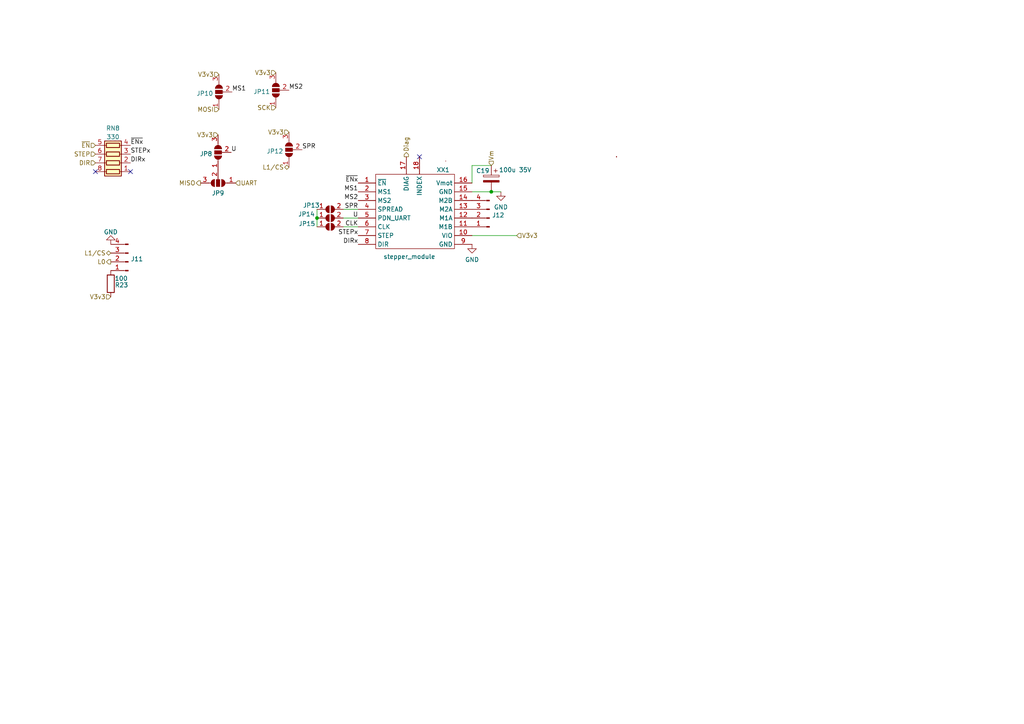
<source format=kicad_sch>
(kicad_sch (version 20211123) (generator eeschema)
  (paper "A4")
  (lib_symbols
    (symbol "Connector:Conn_01x04_Male" (pin_names (offset 1.016) hide)
      (property "Reference" "J" (at 0 5.08 0))
      (property "Value" "Conn_01x04_Male" (at 0 -7.62 0))
      (symbol "Conn_01x04_Male_1_1"
        (polyline (pts (xy 1.27 -5.08) (xy 0.8636 -5.08)) (stroke (width 0.1524)))
        (polyline (pts (xy 1.27 -2.54) (xy 0.8636 -2.54)) (stroke (width 0.1524)))
        (polyline (pts (xy 1.27 0) (xy 0.8636 0)) (stroke (width 0.1524)))
        (polyline (pts (xy 1.27 2.54) (xy 0.8636 2.54)) (stroke (width 0.1524)))
        (rectangle (start 0.8636 -4.953) (end 0 -5.207) (stroke (width 0.1524)) (fill (type outline)))
        (rectangle (start 0.8636 -2.413) (end 0 -2.667) (stroke (width 0.1524)) (fill (type outline)))
        (rectangle (start 0.8636 0.127) (end 0 -0.127) (stroke (width 0.1524)) (fill (type outline)))
        (rectangle (start 0.8636 2.667) (end 0 2.413) (stroke (width 0.1524)) (fill (type outline)))
        (pin passive line (at 5.08 2.54 180) (length 3.81) (name "Pin_1") (number "1"))
        (pin passive line (at 5.08 0 180) (length 3.81) (name "Pin_2") (number "2"))
        (pin passive line (at 5.08 -2.54 180) (length 3.81) (name "Pin_3") (number "3"))
        (pin passive line (at 5.08 -5.08 180) (length 3.81) (name "Pin_4") (number "4"))
      )
    )
    (symbol "Device:C_Polarized" (pin_numbers hide) (pin_names (offset 0.254))
      (property "Reference" "C" (at 0.635 2.54 0))
      (property "Value" "C_Polarized" (at 0.635 -2.54 0))
      (symbol "C_Polarized_0_1"
        (rectangle (start -2.286 0.508) (end 2.286 1.016))
        (polyline (pts (xy -1.778 2.286) (xy -0.762 2.286)))
        (polyline (pts (xy -1.27 2.794) (xy -1.27 1.778)))
        (rectangle (start 2.286 -0.508) (end -2.286 -1.016) (fill (type outline)))
      )
      (symbol "C_Polarized_1_1"
        (pin passive line (at 0 3.81 270) (length 2.794) (name "~") (number "1"))
        (pin passive line (at 0 -3.81 90) (length 2.794) (name "~") (number "2"))
      )
    )
    (symbol "Device:R" (pin_numbers hide) (pin_names (offset 0))
      (property "Reference" "R" (at 2.032 0 90))
      (property "Value" "R" (at 0 0 90))
      (symbol "R_0_1"
        (rectangle (start -1.016 -2.54) (end 1.016 2.54) (stroke (width 0.254)))
      )
      (symbol "R_1_1"
        (pin passive line (at 0 3.81 270) (length 1.27) (name "~") (number "1"))
        (pin passive line (at 0 -3.81 90) (length 1.27) (name "~") (number "2"))
      )
    )
    (symbol "Device:R_Pack04" (pin_names (offset 0) hide)
      (property "Reference" "RN" (at -7.62 0 90))
      (property "Value" "R_Pack04" (at 5.08 0 90))
      (symbol "R_Pack04_0_1"
        (rectangle (start -6.35 -2.413) (end 3.81 2.413) (stroke (width 0.254)) (fill (type background)))
        (rectangle (start -5.715 1.905) (end -4.445 -1.905) (stroke (width 0.254)))
        (rectangle (start -3.175 1.905) (end -1.905 -1.905) (stroke (width 0.254)))
        (rectangle (start -0.635 1.905) (end 0.635 -1.905) (stroke (width 0.254)))
        (polyline (pts (xy -5.08 -2.54) (xy -5.08 -1.905)))
        (polyline (pts (xy -5.08 1.905) (xy -5.08 2.54)))
        (polyline (pts (xy -2.54 -2.54) (xy -2.54 -1.905)))
        (polyline (pts (xy -2.54 1.905) (xy -2.54 2.54)))
        (polyline (pts (xy 0 -2.54) (xy 0 -1.905)))
        (polyline (pts (xy 0 1.905) (xy 0 2.54)))
        (polyline (pts (xy 2.54 -2.54) (xy 2.54 -1.905)))
        (polyline (pts (xy 2.54 1.905) (xy 2.54 2.54)))
        (rectangle (start 1.905 1.905) (end 3.175 -1.905) (stroke (width 0.254)))
      )
      (symbol "R_Pack04_1_1"
        (pin passive line (at -5.08 -5.08 90) (length 2.54) (name "R1.1") (number "1"))
        (pin passive line (at -2.54 -5.08 90) (length 2.54) (name "R2.1") (number "2"))
        (pin passive line (at 0 -5.08 90) (length 2.54) (name "R3.1") (number "3"))
        (pin passive line (at 2.54 -5.08 90) (length 2.54) (name "R4.1") (number "4"))
        (pin passive line (at 2.54 5.08 270) (length 2.54) (name "R4.2") (number "5"))
        (pin passive line (at 0 5.08 270) (length 2.54) (name "R3.2") (number "6"))
        (pin passive line (at -2.54 5.08 270) (length 2.54) (name "R2.2") (number "7"))
        (pin passive line (at -5.08 5.08 270) (length 2.54) (name "R1.2") (number "8"))
      )
    )
    (symbol "Jumper:SolderJumper_2_Open" (pin_names (offset 0) hide)
      (property "Reference" "JP" (at 0 2.032 0))
      (property "Value" "SolderJumper_2_Open" (at 0 -2.54 0))
      (symbol "SolderJumper_2_Open_0_1"
        (arc (start -0.254 1.016) (mid -1.27 0) (end -0.254 -1.016))
        (arc (start -0.254 1.016) (mid -1.27 0) (end -0.254 -1.016) (fill (type outline)))
        (polyline (pts (xy -0.254 1.016) (xy -0.254 -1.016)))
        (polyline (pts (xy 0.254 1.016) (xy 0.254 -1.016)))
        (arc (start 0.254 -1.016) (mid 1.27 0) (end 0.254 1.016))
        (arc (start 0.254 -1.016) (mid 1.27 0) (end 0.254 1.016) (fill (type outline)))
      )
      (symbol "SolderJumper_2_Open_1_1"
        (pin passive line (at -3.81 0 0) (length 2.54) (name "A") (number "1"))
        (pin passive line (at 3.81 0 180) (length 2.54) (name "B") (number "2"))
      )
    )
    (symbol "Jumper:SolderJumper_3_Open" (pin_names (offset 0) hide)
      (property "Reference" "JP" (at -2.54 -2.54 0))
      (property "Value" "SolderJumper_3_Open" (at 0 2.794 0))
      (symbol "SolderJumper_3_Open_0_1"
        (arc (start -1.016 1.016) (mid -2.032 0) (end -1.016 -1.016))
        (arc (start -1.016 1.016) (mid -2.032 0) (end -1.016 -1.016) (fill (type outline)))
        (rectangle (start -0.508 1.016) (end 0.508 -1.016) (fill (type outline)))
        (polyline (pts (xy -2.54 0) (xy -2.032 0)))
        (polyline (pts (xy -1.016 1.016) (xy -1.016 -1.016)))
        (polyline (pts (xy 0 -1.27) (xy 0 -1.016)))
        (polyline (pts (xy 1.016 1.016) (xy 1.016 -1.016)))
        (polyline (pts (xy 2.54 0) (xy 2.032 0)))
        (arc (start 1.016 -1.016) (mid 2.032 0) (end 1.016 1.016))
        (arc (start 1.016 -1.016) (mid 2.032 0) (end 1.016 1.016) (fill (type outline)))
      )
      (symbol "SolderJumper_3_Open_1_1"
        (pin passive line (at -5.08 0 0) (length 2.54) (name "A") (number "1"))
        (pin passive line (at 0 -3.81 90) (length 2.54) (name "C") (number "2"))
        (pin passive line (at 5.08 0 180) (length 2.54) (name "B") (number "3"))
      )
    )
    (symbol "power:GND" (power) (pin_names (offset 0))
      (property "Value" "GND" (at 0 -3.81 0))
      (symbol "GND_0_1"
        (polyline (pts (xy 0 0) (xy 0 -1.27) (xy 1.27 -1.27) (xy 0 -2.54) (xy -1.27 -1.27) (xy 0 -1.27)))
      )
      (symbol "GND_1_1"
        (pin power_in line (at 0 0 270) (length 0) hide (name "GND") (number "1"))
      )
    )
    (symbol "stepper_module:stepper_module"
      (property "Reference" "PH" (at 5.08 13.97 0))
      (property "Value" "stepper_module" (at 0 -11.43 0))
      (symbol "stepper_module_0_1"
        (polyline (pts (xy 8.89 15.24) (xy 8.89 15.24)) (stroke (width 0.1524)))
        (rectangle (start 8.89 15.24) (end 8.89 15.24) (stroke (width 0.1524)))
        (rectangle (start 8.89 15.24) (end 8.89 15.24) (stroke (width 0.1524)))
        (rectangle (start 8.89 15.24) (end 8.89 15.24) (stroke (width 0.1524)))
        (rectangle (start 8.89 15.24) (end 8.89 15.24) (stroke (width 0.1524)))
        (rectangle (start 8.89 15.24) (end 8.89 15.24) (stroke (width 0.1524)))
        (rectangle (start 8.89 15.24) (end 8.89 15.24) (stroke (width 0.1524)))
        (rectangle (start 8.89 15.24) (end 8.89 15.24) (stroke (width 0.1524)))
        (rectangle (start 8.89 15.24) (end 8.89 15.24) (stroke (width 0.1524)))
        (rectangle (start 8.89 15.24) (end 8.89 15.24) (stroke (width 0.1524)))
        (rectangle (start 11.43 -10.16) (end -11.43 11.43) (stroke (width 0.1524)))
        (arc (start 58.42 16.51) (mid 58.42 16.51) (end 58.42 16.51) (stroke (width 0.1524)))
        (circle (center 58.42 16.51) (radius 0.0001) (stroke (width 0.1524)))
        (circle (center 58.42 16.51) (radius 0.0001) (stroke (width 0.1524)))
      )
      (symbol "stepper_module_1_1"
        (pin passive line (at -16.51 8.89 0) (length 5.08) (name "~{EN}") (number "1"))
        (pin passive line (at 16.51 -6.35 180) (length 5.08) (name "VIO") (number "10"))
        (pin passive line (at 16.51 -3.81 180) (length 5.08) (name "M1B") (number "11"))
        (pin passive line (at 16.51 -1.27 180) (length 5.08) (name "M1A") (number "12"))
        (pin passive line (at 16.51 1.27 180) (length 5.08) (name "M2A") (number "13"))
        (pin passive line (at 16.51 3.81 180) (length 5.08) (name "M2B") (number "14"))
        (pin passive line (at 16.51 6.35 180) (length 5.08) (name "GND") (number "15"))
        (pin passive line (at 16.51 8.89 180) (length 5.08) (name "Vmot") (number "16"))
        (pin passive line (at -2.54 16.51 270) (length 5.08) (name "DIAG") (number "17"))
        (pin passive line (at 1.27 16.51 270) (length 5.08) (name "INDEX") (number "18"))
        (pin passive line (at -16.51 6.35 0) (length 5.08) (name "MS1") (number "2"))
        (pin passive line (at -16.51 3.81 0) (length 5.08) (name "MS2") (number "3"))
        (pin passive line (at -16.51 1.27 0) (length 5.08) (name "SPREAD") (number "4"))
        (pin passive line (at -16.51 -1.27 0) (length 5.08) (name "PDN_UART") (number "5"))
        (pin passive line (at -16.51 -3.81 0) (length 5.08) (name "CLK") (number "6"))
        (pin passive line (at -16.51 -6.35 0) (length 5.08) (name "STEP") (number "7"))
        (pin passive line (at -16.51 -8.89 0) (length 5.08) (name "DIR") (number "8"))
        (pin passive line (at 16.51 -8.89 180) (length 5.08) (name "GND") (number "9"))
      )
    )
  )
  (junction (at 142.494 55.626))
  (junction (at 91.948 63.246))
  (no_connect (at 121.666 45.466))
  (no_connect (at 37.846 49.784))
  (no_connect (at 27.686 49.784))
  (wire (pts (xy 136.906 53.086) (xy 136.906 48.006)))
  (wire (pts (xy 136.906 48.006) (xy 142.494 48.006)))
  (wire (pts (xy 142.494 55.626) (xy 145.288 55.626)))
  (wire (pts (xy 99.568 63.246) (xy 103.886 63.246)))
  (wire (pts (xy 91.948 63.246) (xy 91.948 65.786)))
  (wire (pts (xy 136.906 68.326) (xy 149.86 68.326)))
  (wire (pts (xy 99.568 60.706) (xy 103.886 60.706)))
  (wire (pts (xy 136.906 55.626) (xy 142.494 55.626)))
  (wire (pts (xy 91.948 60.706) (xy 91.948 63.246)))
  (wire (pts (xy 99.568 65.786) (xy 103.886 65.786)))
  (label "MS1" (at 67.31 26.67 0))
  (label "MS1" (at 103.886 55.626 180))
  (label "STEPx" (at 103.886 68.326 180))
  (label "~{ENx}" (at 37.846 42.164 0))
  (label "MS2" (at 83.82 26.162 0))
  (label "U" (at 103.886 63.246 180))
  (label "SPR" (at 103.886 60.706 180))
  (label "~{ENx}" (at 103.886 53.086 180))
  (label "U" (at 67.056 44.196 0))
  (label "DIRx" (at 37.846 47.244 0))
  (label "STEPx" (at 37.846 44.704 0))
  (label "MS2" (at 103.886 58.166 180))
  (label "SPR" (at 87.63 43.434 0))
  (label "CLK" (at 103.886 65.786 180))
  (label "DIRx" (at 103.886 70.866 180))
  (hierarchical_label "L0" (shape output) (at 32.131 75.946 180))
  (hierarchical_label "V3v3" (shape input) (at 63.5 21.59 180))
  (hierarchical_label "L1{slash}CS" (shape bidirectional) (at 32.131 73.406 180))
  (hierarchical_label "V3v3" (shape input) (at 80.01 21.082 180))
  (hierarchical_label "V3v3" (shape input) (at 149.86 68.326 0))
  (hierarchical_label "STEP" (shape input) (at 27.686 44.704 180))
  (hierarchical_label "SCK" (shape input) (at 80.01 31.242 180))
  (hierarchical_label "DIR" (shape input) (at 27.686 47.244 180))
  (hierarchical_label "UART" (shape input) (at 68.326 53.086 0))
  (hierarchical_label "MOSI" (shape input) (at 63.5 31.75 180))
  (hierarchical_label "L1{slash}CS" (shape bidirectional) (at 83.82 48.514 180))
  (hierarchical_label "Vm" (shape input) (at 142.494 48.006 90))
  (hierarchical_label "Diag" (shape output) (at 117.856 45.466 90))
  (hierarchical_label "V3v3" (shape input) (at 63.246 39.116 180))
  (hierarchical_label "V3v3" (shape input) (at 83.82 38.354 180))
  (hierarchical_label "MISO" (shape output) (at 58.166 53.086 180))
  (hierarchical_label "V3v3" (shape input) (at 32.131 86.106 180))
  (hierarchical_label "~{EN}" (shape input) (at 27.686 42.164 180))
  (symbol (lib_id "Device:C_Polarized") (at 142.494 51.816 0) (mirror y) (unit 1)
    (property "Reference" "C19" (at 141.986 49.53 0) (effects (justify left)))
    (property "Value" "100u 35V" (at 154.178 49.276 0) (effects (justify left)))
    (property "Footprint" "Capacitor_THT:CP_Radial_D8.0mm_P3.50mm" (effects hide))
  )
  (symbol (lib_id "Connector:Conn_01x04_Male") (at 37.211 75.946 180) (unit 1)
    (property "Reference" "J11" (at 37.9222 75.1098 0) (effects (justify right)))
    (property "Value" "LimS" (effects hide))
    (property "Footprint" "Connector_JST:JST_EH_B4B-EH-A_1x04_P2.50mm_Vertical" (effects hide))
  )
  (symbol (lib_id "power:GND") (at 136.906 70.866 0) (unit 1)
    (property "Reference" "#PWR040" (effects hide))
    (property "Value" "GND" (at 136.906 75.3094 0))
  )
  (symbol (lib_id "Device:R") (at 32.131 82.296 180) (unit 1)
    (property "Reference" "R23" (at 37.211 82.677 0) (effects (justify left)))
    (property "Value" "100" (at 37.084 80.772 0) (effects (justify left)))
    (property "Footprint" "Resistor_SMD:R_0603_1608Metric_Pad0.98x0.95mm_HandSolder" (effects hide))
  )
  (symbol (lib_id "Jumper:SolderJumper_2_Open") (at 95.758 65.786 0) (unit 1)
    (property "Reference" "JP15" (at 89.027 64.897 0))
    (property "Value" "SolderJumper_2_Bridged" (effects hide))
    (property "Footprint" "Jumper:SolderJumper-2_P1.3mm_Open_TrianglePad1.0x1.5mm" (effects hide))
  )
  (symbol (lib_id "Jumper:SolderJumper_2_Open") (at 95.758 63.246 0) (unit 1)
    (property "Reference" "JP14" (at 88.9 62.103 0))
    (property "Value" "SolderJumper_2_Bridged" (effects hide))
    (property "Footprint" "Jumper:SolderJumper-2_P1.3mm_Open_TrianglePad1.0x1.5mm" (effects hide))
  )
  (symbol (lib_id "stepper_module:stepper_module") (at 120.396 61.976 0) (unit 1)
    (property "Reference" "XX1" (at 128.524 49.276 0))
    (property "Value" "stepper_module" (at 118.745 74.422 0))
    (property "Footprint" "stepper:stepper_module" (effects hide))
  )
  (symbol (lib_id "Jumper:SolderJumper_2_Open") (at 95.758 60.706 0) (unit 1)
    (property "Reference" "JP13" (at 90.297 59.563 0))
    (property "Value" "SolderJumper_2_Bridged" (effects hide))
    (property "Footprint" "Jumper:SolderJumper-2_P1.3mm_Open_TrianglePad1.0x1.5mm" (effects hide))
  )
  (symbol (lib_id "Device:R_Pack04") (at 32.766 44.704 90) (unit 1)
    (property "Reference" "RN8" (at 32.766 37.1942 90))
    (property "Value" "330" (at 32.766 39.7311 90))
    (property "Footprint" "Resistor_SMD:R_Array_Convex_4x0603" (effects hide))
  )
  (symbol (lib_id "Jumper:SolderJumper_3_Open") (at 63.246 53.086 180) (unit 1)
    (property "Reference" "JP9" (at 63.246 56.0054 0))
    (property "Value" "SolderJumper_3_Open" (effects hide))
    (property "Footprint" "Jumper:SolderJumper-3_P2.0mm_Open_TrianglePad1.0x1.5mm" (effects hide))
  )
  (symbol (lib_id "Jumper:SolderJumper_3_Open") (at 80.01 26.162 90) (unit 1)
    (property "Reference" "JP11" (at 78.359 26.5958 90) (effects (justify left)))
    (property "Value" "SolderJumper_3_Open" (effects hide))
    (property "Footprint" "Jumper:SolderJumper-3_P2.0mm_Open_TrianglePad1.0x1.5mm" (effects hide))
  )
  (symbol (lib_id "Jumper:SolderJumper_3_Open") (at 63.5 26.67 90) (unit 1)
    (property "Reference" "JP10" (at 61.849 27.1038 90) (effects (justify left)))
    (property "Value" "SolderJumper_3_Open" (effects hide))
    (property "Footprint" "Jumper:SolderJumper-3_P2.0mm_Open_TrianglePad1.0x1.5mm" (effects hide))
  )
  (symbol (lib_id "Jumper:SolderJumper_3_Open") (at 83.82 43.434 90) (unit 1)
    (property "Reference" "JP12" (at 82.169 43.8678 90) (effects (justify left)))
    (property "Value" "SolderJumper_3_Open" (effects hide))
    (property "Footprint" "Jumper:SolderJumper-3_P2.0mm_Open_TrianglePad1.0x1.5mm" (effects hide))
  )
  (symbol (lib_id "power:GND") (at 32.131 70.866 180) (unit 1)
    (property "Reference" "#PWR039" (effects hide))
    (property "Value" "GND" (at 32.131 67.2902 0))
  )
  (symbol (lib_id "Connector:Conn_01x04_Male") (at 141.986 63.246 180) (unit 1)
    (property "Reference" "J12" (at 142.6972 62.4098 0) (effects (justify right)))
    (property "Value" "Stepper" (effects hide))
    (property "Footprint" "Connector_JST:JST_EH_B4B-EH-A_1x04_P2.50mm_Vertical" (effects hide))
  )
  (symbol (lib_id "Jumper:SolderJumper_3_Open") (at 63.246 44.196 90) (unit 1)
    (property "Reference" "JP8" (at 61.595 44.6298 90) (effects (justify left)))
    (property "Value" "SolderJumper_3_Open" (effects hide))
    (property "Footprint" "Jumper:SolderJumper-3_P2.0mm_Open_TrianglePad1.0x1.5mm" (effects hide))
  )
  (symbol (lib_id "power:GND") (at 145.288 55.626 0) (unit 1)
    (property "Reference" "#PWR041" (effects hide))
    (property "Value" "GND" (at 145.288 60.0694 0))
  )
)
</source>
